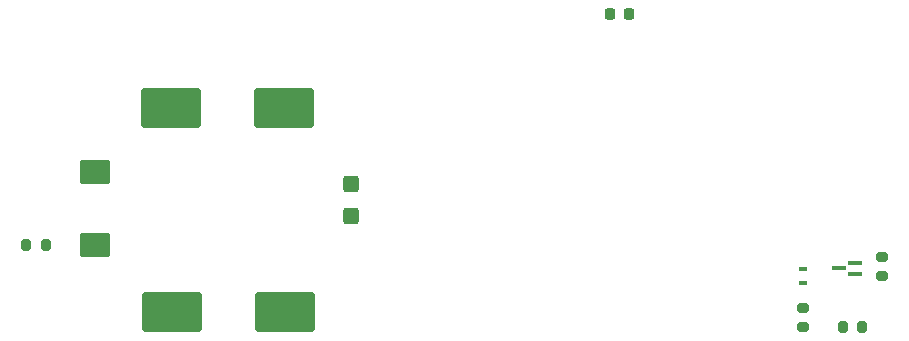
<source format=gbr>
%TF.GenerationSoftware,KiCad,Pcbnew,8.0.6*%
%TF.CreationDate,2025-03-03T14:35:36-05:00*%
%TF.ProjectId,SiPM_Bias_BRD_Telem_PWR,5369504d-5f42-4696-9173-5f4252445f54,rev?*%
%TF.SameCoordinates,Original*%
%TF.FileFunction,Paste,Top*%
%TF.FilePolarity,Positive*%
%FSLAX46Y46*%
G04 Gerber Fmt 4.6, Leading zero omitted, Abs format (unit mm)*
G04 Created by KiCad (PCBNEW 8.0.6) date 2025-03-03 14:35:36*
%MOMM*%
%LPD*%
G01*
G04 APERTURE LIST*
G04 Aperture macros list*
%AMRoundRect*
0 Rectangle with rounded corners*
0 $1 Rounding radius*
0 $2 $3 $4 $5 $6 $7 $8 $9 X,Y pos of 4 corners*
0 Add a 4 corners polygon primitive as box body*
4,1,4,$2,$3,$4,$5,$6,$7,$8,$9,$2,$3,0*
0 Add four circle primitives for the rounded corners*
1,1,$1+$1,$2,$3*
1,1,$1+$1,$4,$5*
1,1,$1+$1,$6,$7*
1,1,$1+$1,$8,$9*
0 Add four rect primitives between the rounded corners*
20,1,$1+$1,$2,$3,$4,$5,0*
20,1,$1+$1,$4,$5,$6,$7,0*
20,1,$1+$1,$6,$7,$8,$9,0*
20,1,$1+$1,$8,$9,$2,$3,0*%
G04 Aperture macros list end*
%ADD10RoundRect,0.250000X1.025000X-0.787500X1.025000X0.787500X-1.025000X0.787500X-1.025000X-0.787500X0*%
%ADD11RoundRect,0.250000X0.425000X-0.450000X0.425000X0.450000X-0.425000X0.450000X-0.425000X-0.450000X0*%
%ADD12RoundRect,0.200000X-0.275000X0.200000X-0.275000X-0.200000X0.275000X-0.200000X0.275000X0.200000X0*%
%ADD13RoundRect,0.225000X0.225000X0.250000X-0.225000X0.250000X-0.225000X-0.250000X0.225000X-0.250000X0*%
%ADD14RoundRect,0.170000X2.330000X-1.530000X2.330000X1.530000X-2.330000X1.530000X-2.330000X-1.530000X0*%
%ADD15RoundRect,0.200000X-0.200000X-0.275000X0.200000X-0.275000X0.200000X0.275000X-0.200000X0.275000X0*%
%ADD16R,0.711200X0.444500*%
%ADD17R,1.161200X0.350800*%
G04 APERTURE END LIST*
D10*
%TO.C,C1*%
X255170000Y-196802500D03*
X255170000Y-190577500D03*
%TD*%
D11*
%TO.C,C2*%
X276860221Y-194340657D03*
X276860221Y-191640657D03*
%TD*%
D12*
%TO.C,R4*%
X315076825Y-202083175D03*
X315076825Y-203733175D03*
%TD*%
D13*
%TO.C,C7*%
X300325221Y-177203157D03*
X298775221Y-177203157D03*
%TD*%
D14*
%TO.C,L2*%
X261570000Y-185191000D03*
X271170000Y-185191000D03*
%TD*%
D15*
%TO.C,R2*%
X318471825Y-203738175D03*
X320121825Y-203738175D03*
%TD*%
D16*
%TO.C,LED1*%
X315066825Y-198769525D03*
X315066825Y-200026825D03*
%TD*%
D17*
%TO.C,M1*%
X319451825Y-199258174D03*
X319451825Y-198258176D03*
X318101825Y-198758175D03*
%TD*%
D15*
%TO.C,F1*%
X249335221Y-196793157D03*
X250985221Y-196793157D03*
%TD*%
D14*
%TO.C,L1*%
X261630000Y-202461000D03*
X271230000Y-202461000D03*
%TD*%
D12*
%TO.C,R3*%
X321796825Y-197773175D03*
X321796825Y-199423175D03*
%TD*%
M02*

</source>
